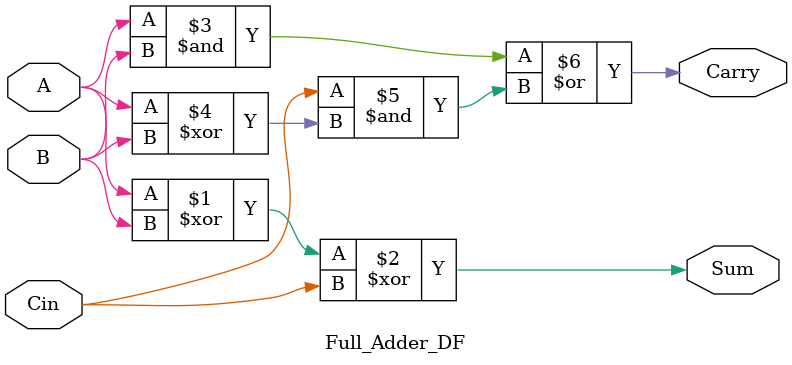
<source format=v>

`timescale 1ns / 1ps
module Full_Adder_DF(
    input A,B,Cin,
    output Sum,Carry
    );
    assign Sum = A^B^Cin;
    assign Carry = (A&B) | Cin & (A^B);
endmodule
</source>
